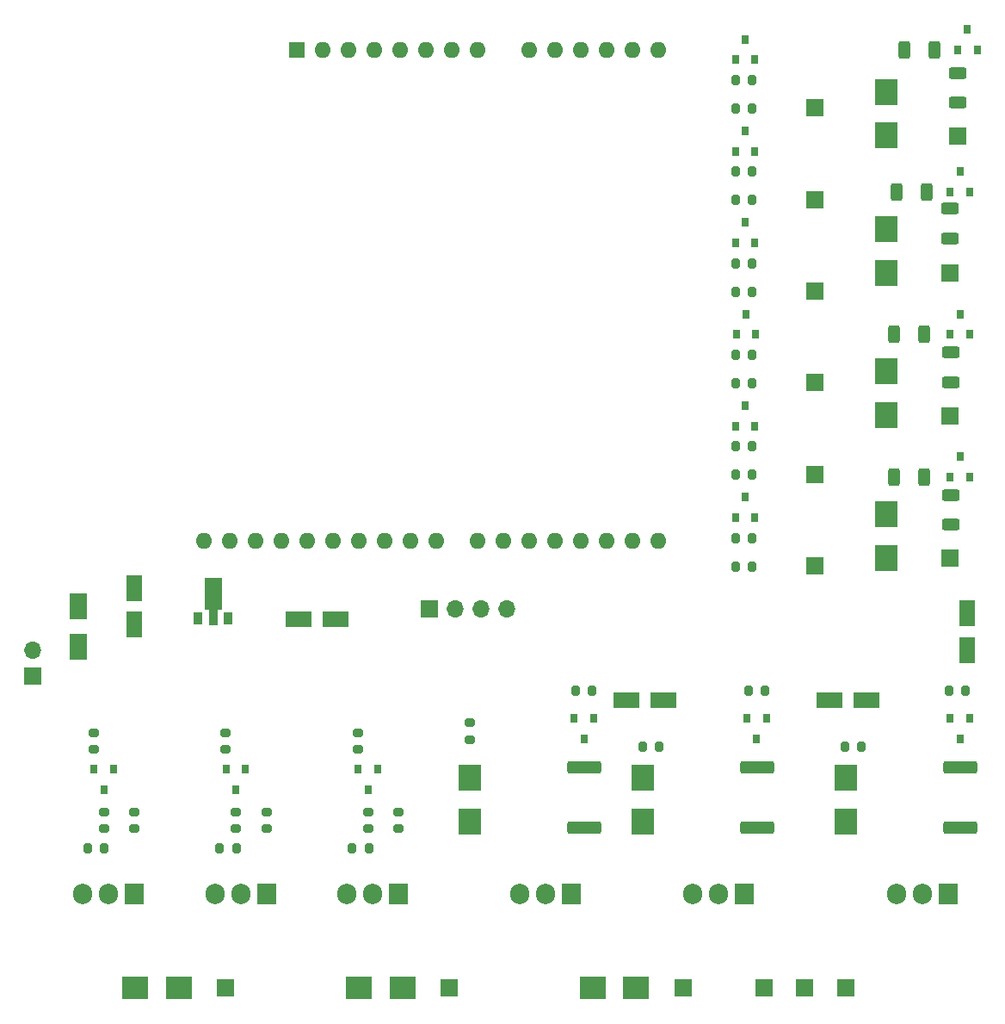
<source format=gts>
G04 #@! TF.GenerationSoftware,KiCad,Pcbnew,(6.0.7)*
G04 #@! TF.CreationDate,2022-09-16T15:01:37+02:00*
G04 #@! TF.ProjectId,Goobyl_da - Kretskort,476f6f62-796c-4e56-9461-202d204b7265,rev?*
G04 #@! TF.SameCoordinates,Original*
G04 #@! TF.FileFunction,Soldermask,Top*
G04 #@! TF.FilePolarity,Negative*
%FSLAX46Y46*%
G04 Gerber Fmt 4.6, Leading zero omitted, Abs format (unit mm)*
G04 Created by KiCad (PCBNEW (6.0.7)) date 2022-09-16 15:01:37*
%MOMM*%
%LPD*%
G01*
G04 APERTURE LIST*
G04 Aperture macros list*
%AMRoundRect*
0 Rectangle with rounded corners*
0 $1 Rounding radius*
0 $2 $3 $4 $5 $6 $7 $8 $9 X,Y pos of 4 corners*
0 Add a 4 corners polygon primitive as box body*
4,1,4,$2,$3,$4,$5,$6,$7,$8,$9,$2,$3,0*
0 Add four circle primitives for the rounded corners*
1,1,$1+$1,$2,$3*
1,1,$1+$1,$4,$5*
1,1,$1+$1,$6,$7*
1,1,$1+$1,$8,$9*
0 Add four rect primitives between the rounded corners*
20,1,$1+$1,$2,$3,$4,$5,0*
20,1,$1+$1,$4,$5,$6,$7,0*
20,1,$1+$1,$6,$7,$8,$9,0*
20,1,$1+$1,$8,$9,$2,$3,0*%
%AMFreePoly0*
4,1,9,3.862500,-0.866500,0.737500,-0.866500,0.737500,-0.450000,-0.737500,-0.450000,-0.737500,0.450000,0.737500,0.450000,0.737500,0.866500,3.862500,0.866500,3.862500,-0.866500,3.862500,-0.866500,$1*%
G04 Aperture macros list end*
%ADD10RoundRect,0.250000X0.312500X0.625000X-0.312500X0.625000X-0.312500X-0.625000X0.312500X-0.625000X0*%
%ADD11RoundRect,0.250000X0.625000X-0.312500X0.625000X0.312500X-0.625000X0.312500X-0.625000X-0.312500X0*%
%ADD12FreePoly0,90.000000*%
%ADD13R,0.900000X1.300000*%
%ADD14RoundRect,0.200000X-0.200000X-0.275000X0.200000X-0.275000X0.200000X0.275000X-0.200000X0.275000X0*%
%ADD15RoundRect,0.200000X0.275000X-0.200000X0.275000X0.200000X-0.275000X0.200000X-0.275000X-0.200000X0*%
%ADD16RoundRect,0.250000X1.425000X-0.362500X1.425000X0.362500X-1.425000X0.362500X-1.425000X-0.362500X0*%
%ADD17RoundRect,0.200000X0.200000X0.275000X-0.200000X0.275000X-0.200000X-0.275000X0.200000X-0.275000X0*%
%ADD18R,0.800000X0.900000*%
%ADD19R,2.300000X2.500000*%
%ADD20R,1.800000X2.500000*%
%ADD21R,2.500000X2.300000*%
%ADD22RoundRect,0.250000X-1.050000X-0.550000X1.050000X-0.550000X1.050000X0.550000X-1.050000X0.550000X0*%
%ADD23RoundRect,0.250000X-0.550000X1.050000X-0.550000X-1.050000X0.550000X-1.050000X0.550000X1.050000X0*%
%ADD24RoundRect,0.250000X0.550000X-1.050000X0.550000X1.050000X-0.550000X1.050000X-0.550000X-1.050000X0*%
%ADD25O,1.905000X2.000000*%
%ADD26R,1.905000X2.000000*%
%ADD27R,1.700000X1.700000*%
%ADD28O,1.700000X1.700000*%
%ADD29O,1.600000X1.600000*%
%ADD30R,1.600000X1.600000*%
G04 APERTURE END LIST*
D10*
X178787500Y-45000000D03*
X181712500Y-45000000D03*
D11*
X184000000Y-47287500D03*
X184000000Y-50212500D03*
D10*
X178037500Y-59000000D03*
X180962500Y-59000000D03*
D11*
X183280000Y-60627500D03*
X183280000Y-63552500D03*
D10*
X177787500Y-73000000D03*
X180712500Y-73000000D03*
D11*
X183310000Y-74787500D03*
X183310000Y-77712500D03*
D10*
X177787500Y-87000000D03*
X180712500Y-87000000D03*
D11*
X183310000Y-88787500D03*
X183310000Y-91712500D03*
D12*
X110750000Y-100812500D03*
D13*
X112250000Y-100900000D03*
X109250000Y-100900000D03*
D14*
X163835000Y-93010000D03*
X162185000Y-93010000D03*
X163835000Y-84010000D03*
X162185000Y-84010000D03*
X163835000Y-75010000D03*
X162185000Y-75010000D03*
X163835000Y-66010000D03*
X162185000Y-66010000D03*
X163835000Y-57010000D03*
X162185000Y-57010000D03*
X163835000Y-48010000D03*
X162185000Y-48010000D03*
X163835000Y-95810000D03*
X162185000Y-95810000D03*
X163835000Y-86810000D03*
X162185000Y-86810000D03*
X163835000Y-77810000D03*
X162185000Y-77810000D03*
X163835000Y-68810000D03*
X162185000Y-68810000D03*
X163835000Y-59810000D03*
X162185000Y-59810000D03*
X163835000Y-50810000D03*
X162185000Y-50810000D03*
X174575000Y-113500000D03*
X172925000Y-113500000D03*
X154650000Y-113500000D03*
X153000000Y-113500000D03*
D15*
X136010000Y-111185000D03*
X136010000Y-112835000D03*
D16*
X184260000Y-115547500D03*
X184260000Y-121472500D03*
X164260000Y-115547500D03*
X164260000Y-121472500D03*
X147260000Y-115547500D03*
X147260000Y-121472500D03*
D17*
X183175000Y-108000000D03*
X184825000Y-108000000D03*
X163425000Y-108000000D03*
X165075000Y-108000000D03*
X146425000Y-108000000D03*
X148075000Y-108000000D03*
D15*
X103010000Y-119935000D03*
X103010000Y-121585000D03*
X116010000Y-119935000D03*
X116010000Y-121585000D03*
X129010000Y-119935000D03*
X129010000Y-121585000D03*
D14*
X100075000Y-123500000D03*
X98425000Y-123500000D03*
X113075000Y-123500000D03*
X111425000Y-123500000D03*
X126075000Y-123500000D03*
X124425000Y-123500000D03*
D15*
X100010000Y-119935000D03*
X100010000Y-121585000D03*
X113010000Y-119935000D03*
X113010000Y-121585000D03*
X126010000Y-119935000D03*
X126010000Y-121585000D03*
X99000000Y-112175000D03*
X99000000Y-113825000D03*
X112000000Y-112175000D03*
X112000000Y-113825000D03*
X125000000Y-112175000D03*
X125000000Y-113825000D03*
D18*
X184250000Y-112750000D03*
X183300000Y-110750000D03*
X185200000Y-110750000D03*
X164250000Y-112750000D03*
X163300000Y-110750000D03*
X165200000Y-110750000D03*
X147250000Y-112750000D03*
X146300000Y-110750000D03*
X148200000Y-110750000D03*
X100000000Y-117750000D03*
X99050000Y-115750000D03*
X100950000Y-115750000D03*
X113000000Y-117750000D03*
X112050000Y-115750000D03*
X113950000Y-115750000D03*
X126000000Y-117750000D03*
X125050000Y-115750000D03*
X126950000Y-115750000D03*
X163100000Y-89000000D03*
X164050000Y-91000000D03*
X162150000Y-91000000D03*
X163100000Y-80000000D03*
X164050000Y-82000000D03*
X162150000Y-82000000D03*
X163200000Y-71010000D03*
X164150000Y-73010000D03*
X162250000Y-73010000D03*
X163100000Y-62000000D03*
X164050000Y-64000000D03*
X162150000Y-64000000D03*
X163100000Y-53010000D03*
X164050000Y-55010000D03*
X162150000Y-55010000D03*
X163100000Y-44000000D03*
X164050000Y-46000000D03*
X162150000Y-46000000D03*
X185000000Y-43000000D03*
X185950000Y-45000000D03*
X184050000Y-45000000D03*
X184250000Y-57000000D03*
X185200000Y-59000000D03*
X183300000Y-59000000D03*
X184250000Y-71000000D03*
X185200000Y-73000000D03*
X183300000Y-73000000D03*
X184250000Y-85000000D03*
X185200000Y-87000000D03*
X183300000Y-87000000D03*
D19*
X177000000Y-49150000D03*
X177000000Y-53450000D03*
X177000000Y-62650000D03*
X177000000Y-66950000D03*
X177000000Y-76650000D03*
X177000000Y-80950000D03*
X177000000Y-90650000D03*
X177000000Y-94950000D03*
X173010000Y-116610000D03*
X173010000Y-120910000D03*
X153010000Y-116610000D03*
X153010000Y-120910000D03*
X136010000Y-116610000D03*
X136010000Y-120910000D03*
D20*
X97500000Y-103750000D03*
X97500000Y-99750000D03*
D21*
X103100000Y-137250000D03*
X107400000Y-137250000D03*
X125100000Y-137250000D03*
X129400000Y-137250000D03*
X148100000Y-137250000D03*
X152400000Y-137250000D03*
D22*
X122800000Y-101000000D03*
X119200000Y-101000000D03*
D23*
X103000000Y-101550000D03*
X103000000Y-97950000D03*
D24*
X185000000Y-100450000D03*
X185000000Y-104050000D03*
D22*
X175050000Y-109000000D03*
X171450000Y-109000000D03*
X155050000Y-109000000D03*
X151450000Y-109000000D03*
D25*
X140920000Y-128000000D03*
X143460000Y-128000000D03*
D26*
X146000000Y-128000000D03*
D27*
X169000000Y-137250000D03*
X173000000Y-137250000D03*
X165000000Y-137250000D03*
D25*
X178020000Y-128000000D03*
X180560000Y-128000000D03*
D26*
X183100000Y-128000000D03*
D25*
X157920000Y-128000000D03*
X160460000Y-128000000D03*
D26*
X163000000Y-128000000D03*
D25*
X97920000Y-128000000D03*
X100460000Y-128000000D03*
D26*
X103000000Y-128000000D03*
D25*
X110920000Y-128000000D03*
X113460000Y-128000000D03*
D26*
X116000000Y-128000000D03*
D25*
X123920000Y-128000000D03*
X126460000Y-128000000D03*
D26*
X129000000Y-128000000D03*
D28*
X139630000Y-100010000D03*
X137090000Y-100010000D03*
X134550000Y-100010000D03*
D27*
X132010000Y-100010000D03*
D29*
X152030000Y-93270000D03*
X154570000Y-93270000D03*
X114950000Y-93270000D03*
X154570000Y-45010000D03*
X117490000Y-93270000D03*
X152030000Y-45010000D03*
X120030000Y-93270000D03*
X149490000Y-45010000D03*
X122570000Y-93270000D03*
X146950000Y-45010000D03*
X125110000Y-93270000D03*
X144410000Y-45010000D03*
X127650000Y-93270000D03*
X141870000Y-45010000D03*
X130190000Y-93270000D03*
X136790000Y-45010000D03*
X132730000Y-93270000D03*
X134250000Y-45010000D03*
X136790000Y-93270000D03*
X131710000Y-45010000D03*
X139330000Y-93270000D03*
X129170000Y-45010000D03*
X141870000Y-93270000D03*
X126630000Y-45010000D03*
X144410000Y-93270000D03*
X124090000Y-45010000D03*
X146950000Y-93270000D03*
X121550000Y-45010000D03*
X149490000Y-93270000D03*
D30*
X119010000Y-45010000D03*
D29*
X112410000Y-93270000D03*
X109870000Y-93270000D03*
D27*
X157000000Y-137250000D03*
X134000000Y-137250000D03*
X112000000Y-137250000D03*
X93000000Y-106600000D03*
D28*
X93000000Y-104060000D03*
D27*
X183250000Y-95000000D03*
X183250000Y-81000000D03*
X183250000Y-67000000D03*
X184000000Y-53500000D03*
X170000000Y-50750000D03*
X170000000Y-59750000D03*
X170000000Y-68750000D03*
X170000000Y-77750000D03*
X170000000Y-86750000D03*
X170000000Y-95750000D03*
M02*

</source>
